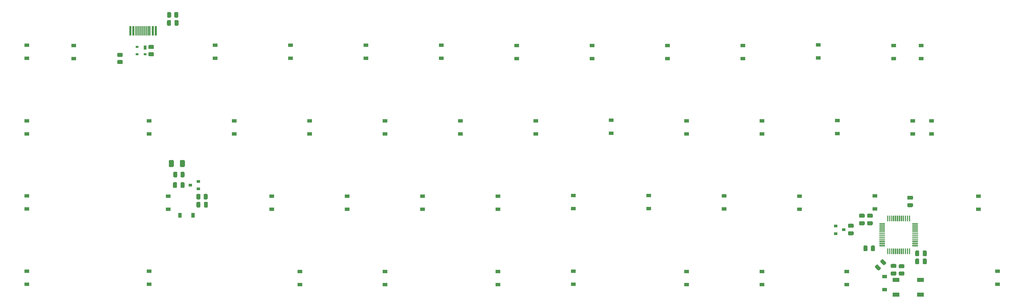
<source format=gbr>
%TF.GenerationSoftware,KiCad,Pcbnew,5.1.9-73d0e3b20d~88~ubuntu20.04.1*%
%TF.CreationDate,2021-02-21T13:43:44-08:00*%
%TF.ProjectId,KB_Lightbar_1,4b425f4c-6967-4687-9462-61725f312e6b,rev?*%
%TF.SameCoordinates,Original*%
%TF.FileFunction,Paste,Bot*%
%TF.FilePolarity,Positive*%
%FSLAX46Y46*%
G04 Gerber Fmt 4.6, Leading zero omitted, Abs format (unit mm)*
G04 Created by KiCad (PCBNEW 5.1.9-73d0e3b20d~88~ubuntu20.04.1) date 2021-02-21 13:43:44*
%MOMM*%
%LPD*%
G01*
G04 APERTURE LIST*
%ADD10R,0.300000X2.450000*%
%ADD11R,0.600000X2.450000*%
%ADD12R,0.700000X0.600000*%
%ADD13R,0.700000X1.000000*%
%ADD14R,1.200000X0.900000*%
%ADD15R,0.900000X0.800000*%
%ADD16R,1.800000X1.100000*%
%ADD17R,0.900000X1.200000*%
G04 APERTURE END LIST*
%TO.C,C1*%
G36*
G01*
X55430000Y241394000D02*
X55430000Y240444000D01*
G75*
G02*
X55180000Y240194000I-250000J0D01*
G01*
X54680000Y240194000D01*
G75*
G02*
X54430000Y240444000I0J250000D01*
G01*
X54430000Y241394000D01*
G75*
G02*
X54680000Y241644000I250000J0D01*
G01*
X55180000Y241644000D01*
G75*
G02*
X55430000Y241394000I0J-250000D01*
G01*
G37*
G36*
G01*
X57330000Y241394000D02*
X57330000Y240444000D01*
G75*
G02*
X57080000Y240194000I-250000J0D01*
G01*
X56580000Y240194000D01*
G75*
G02*
X56330000Y240444000I0J250000D01*
G01*
X56330000Y241394000D01*
G75*
G02*
X56580000Y241644000I250000J0D01*
G01*
X57080000Y241644000D01*
G75*
G02*
X57330000Y241394000I0J-250000D01*
G01*
G37*
%TD*%
%TO.C,C20*%
G36*
G01*
X53906000Y282415000D02*
X53906000Y281465000D01*
G75*
G02*
X53656000Y281215000I-250000J0D01*
G01*
X53156000Y281215000D01*
G75*
G02*
X52906000Y281465000I0J250000D01*
G01*
X52906000Y282415000D01*
G75*
G02*
X53156000Y282665000I250000J0D01*
G01*
X53656000Y282665000D01*
G75*
G02*
X53906000Y282415000I0J-250000D01*
G01*
G37*
G36*
G01*
X55806000Y282415000D02*
X55806000Y281465000D01*
G75*
G02*
X55556000Y281215000I-250000J0D01*
G01*
X55056000Y281215000D01*
G75*
G02*
X54806000Y281465000I0J250000D01*
G01*
X54806000Y282415000D01*
G75*
G02*
X55056000Y282665000I250000J0D01*
G01*
X55556000Y282665000D01*
G75*
G02*
X55806000Y282415000I0J-250000D01*
G01*
G37*
%TD*%
D10*
%TO.C,USB1*%
X46581250Y279936250D03*
X47081250Y279936250D03*
X47581250Y279936250D03*
X46081250Y279936250D03*
X48081250Y279936250D03*
X45581250Y279936250D03*
X48581250Y279936250D03*
X45081250Y279936250D03*
D11*
X44381250Y279936250D03*
X49281250Y279936250D03*
X43606250Y279936250D03*
X50056250Y279936250D03*
%TD*%
%TO.C,R3*%
G36*
G01*
X53932500Y284422002D02*
X53932500Y283521998D01*
G75*
G02*
X53682502Y283272000I-249998J0D01*
G01*
X53157498Y283272000D01*
G75*
G02*
X52907500Y283521998I0J249998D01*
G01*
X52907500Y284422002D01*
G75*
G02*
X53157498Y284672000I249998J0D01*
G01*
X53682502Y284672000D01*
G75*
G02*
X53932500Y284422002I0J-249998D01*
G01*
G37*
G36*
G01*
X55757500Y284422002D02*
X55757500Y283521998D01*
G75*
G02*
X55507502Y283272000I-249998J0D01*
G01*
X54982498Y283272000D01*
G75*
G02*
X54732500Y283521998I0J249998D01*
G01*
X54732500Y284422002D01*
G75*
G02*
X54982498Y284672000I249998J0D01*
G01*
X55507502Y284672000D01*
G75*
G02*
X55757500Y284422002I0J-249998D01*
G01*
G37*
%TD*%
D12*
%TO.C,D57*%
X45371000Y274017000D03*
X47371000Y274017000D03*
X45371000Y275917000D03*
D13*
X47371000Y275717000D03*
%TD*%
D14*
%TO.C,D59*%
X155575000Y215837500D03*
X155575000Y219137500D03*
%TD*%
D15*
%TO.C,U2*%
X60817000Y241869000D03*
X60817000Y239969000D03*
X58817000Y240919000D03*
%TD*%
D16*
%TO.C,SW48*%
X237109000Y216933000D03*
X243309000Y213233000D03*
X237109000Y213233000D03*
X243309000Y216933000D03*
%TD*%
%TO.C,R7*%
G36*
G01*
X49345002Y273506500D02*
X48444998Y273506500D01*
G75*
G02*
X48195000Y273756498I0J249998D01*
G01*
X48195000Y274281502D01*
G75*
G02*
X48444998Y274531500I249998J0D01*
G01*
X49345002Y274531500D01*
G75*
G02*
X49595000Y274281502I0J-249998D01*
G01*
X49595000Y273756498D01*
G75*
G02*
X49345002Y273506500I-249998J0D01*
G01*
G37*
G36*
G01*
X49345002Y275331500D02*
X48444998Y275331500D01*
G75*
G02*
X48195000Y275581498I0J249998D01*
G01*
X48195000Y276106502D01*
G75*
G02*
X48444998Y276356500I249998J0D01*
G01*
X49345002Y276356500D01*
G75*
G02*
X49595000Y276106502I0J-249998D01*
G01*
X49595000Y275581498D01*
G75*
G02*
X49345002Y275331500I-249998J0D01*
G01*
G37*
%TD*%
%TO.C,R6*%
G36*
G01*
X41471002Y271521500D02*
X40570998Y271521500D01*
G75*
G02*
X40321000Y271771498I0J249998D01*
G01*
X40321000Y272296502D01*
G75*
G02*
X40570998Y272546500I249998J0D01*
G01*
X41471002Y272546500D01*
G75*
G02*
X41721000Y272296502I0J-249998D01*
G01*
X41721000Y271771498D01*
G75*
G02*
X41471002Y271521500I-249998J0D01*
G01*
G37*
G36*
G01*
X41471002Y273346500D02*
X40570998Y273346500D01*
G75*
G02*
X40321000Y273596498I0J249998D01*
G01*
X40321000Y274121502D01*
G75*
G02*
X40570998Y274371500I249998J0D01*
G01*
X41471002Y274371500D01*
G75*
G02*
X41721000Y274121502I0J-249998D01*
G01*
X41721000Y273596498D01*
G75*
G02*
X41471002Y273346500I-249998J0D01*
G01*
G37*
%TD*%
%TO.C,R5*%
G36*
G01*
X238055998Y220904500D02*
X238956002Y220904500D01*
G75*
G02*
X239206000Y220654502I0J-249998D01*
G01*
X239206000Y220129498D01*
G75*
G02*
X238956002Y219879500I-249998J0D01*
G01*
X238055998Y219879500D01*
G75*
G02*
X237806000Y220129498I0J249998D01*
G01*
X237806000Y220654502D01*
G75*
G02*
X238055998Y220904500I249998J0D01*
G01*
G37*
G36*
G01*
X238055998Y219079500D02*
X238956002Y219079500D01*
G75*
G02*
X239206000Y218829502I0J-249998D01*
G01*
X239206000Y218304498D01*
G75*
G02*
X238956002Y218054500I-249998J0D01*
G01*
X238055998Y218054500D01*
G75*
G02*
X237806000Y218304498I0J249998D01*
G01*
X237806000Y218829502D01*
G75*
G02*
X238055998Y219079500I249998J0D01*
G01*
G37*
%TD*%
%TO.C,R2*%
G36*
G01*
X60320500Y237547998D02*
X60320500Y238448002D01*
G75*
G02*
X60570498Y238698000I249998J0D01*
G01*
X61095502Y238698000D01*
G75*
G02*
X61345500Y238448002I0J-249998D01*
G01*
X61345500Y237547998D01*
G75*
G02*
X61095502Y237298000I-249998J0D01*
G01*
X60570498Y237298000D01*
G75*
G02*
X60320500Y237547998I0J249998D01*
G01*
G37*
G36*
G01*
X62145500Y237547998D02*
X62145500Y238448002D01*
G75*
G02*
X62395498Y238698000I249998J0D01*
G01*
X62920502Y238698000D01*
G75*
G02*
X63170500Y238448002I0J-249998D01*
G01*
X63170500Y237547998D01*
G75*
G02*
X62920502Y237298000I-249998J0D01*
G01*
X62395498Y237298000D01*
G75*
G02*
X62145500Y237547998I0J249998D01*
G01*
G37*
%TD*%
%TO.C,R1*%
G36*
G01*
X57328500Y244036002D02*
X57328500Y243135998D01*
G75*
G02*
X57078502Y242886000I-249998J0D01*
G01*
X56553498Y242886000D01*
G75*
G02*
X56303500Y243135998I0J249998D01*
G01*
X56303500Y244036002D01*
G75*
G02*
X56553498Y244286000I249998J0D01*
G01*
X57078502Y244286000D01*
G75*
G02*
X57328500Y244036002I0J-249998D01*
G01*
G37*
G36*
G01*
X55503500Y244036002D02*
X55503500Y243135998D01*
G75*
G02*
X55253502Y242886000I-249998J0D01*
G01*
X54728498Y242886000D01*
G75*
G02*
X54478500Y243135998I0J249998D01*
G01*
X54478500Y244036002D01*
G75*
G02*
X54728498Y244286000I249998J0D01*
G01*
X55253502Y244286000D01*
G75*
G02*
X55503500Y244036002I0J-249998D01*
G01*
G37*
%TD*%
D15*
%TO.C,Q1*%
X221869000Y228666000D03*
X221869000Y230566000D03*
X223869000Y229616000D03*
%TD*%
%TO.C,F1*%
G36*
G01*
X57400000Y247005000D02*
X57400000Y245755000D01*
G75*
G02*
X57150000Y245505000I-250000J0D01*
G01*
X56400000Y245505000D01*
G75*
G02*
X56150000Y245755000I0J250000D01*
G01*
X56150000Y247005000D01*
G75*
G02*
X56400000Y247255000I250000J0D01*
G01*
X57150000Y247255000D01*
G75*
G02*
X57400000Y247005000I0J-250000D01*
G01*
G37*
G36*
G01*
X54600000Y247005000D02*
X54600000Y245755000D01*
G75*
G02*
X54350000Y245505000I-250000J0D01*
G01*
X53600000Y245505000D01*
G75*
G02*
X53350000Y245755000I0J250000D01*
G01*
X53350000Y247005000D01*
G75*
G02*
X53600000Y247255000I250000J0D01*
G01*
X54350000Y247255000D01*
G75*
G02*
X54600000Y247005000I0J-250000D01*
G01*
G37*
%TD*%
D14*
%TO.C,D58*%
X234188000Y217805000D03*
X234188000Y214505000D03*
%TD*%
D17*
%TO.C,D52*%
X56136000Y233299000D03*
X59436000Y233299000D03*
%TD*%
D14*
%TO.C,D47*%
X262731250Y215837500D03*
X262731250Y219137500D03*
%TD*%
%TO.C,D46*%
X224631250Y215775000D03*
X224631250Y219075000D03*
%TD*%
%TO.C,D45*%
X203200000Y215775000D03*
X203200000Y219075000D03*
%TD*%
%TO.C,D44*%
X184150000Y215775000D03*
X184150000Y219075000D03*
%TD*%
%TO.C,D43*%
X136525000Y215775000D03*
X136525000Y219075000D03*
%TD*%
%TO.C,D42*%
X107950000Y215775000D03*
X107950000Y219075000D03*
%TD*%
%TO.C,D41*%
X86518750Y215775000D03*
X86518750Y219075000D03*
%TD*%
%TO.C,D40*%
X48418750Y215837500D03*
X48418750Y219137500D03*
%TD*%
%TO.C,D39*%
X17462500Y215837500D03*
X17462500Y219137500D03*
%TD*%
%TO.C,D38*%
X257968750Y234825000D03*
X257968750Y238125000D03*
%TD*%
%TO.C,D37*%
X231775000Y234887500D03*
X231775000Y238187500D03*
%TD*%
%TO.C,D36*%
X212725000Y234825000D03*
X212725000Y238125000D03*
%TD*%
%TO.C,D35*%
X193675000Y234887500D03*
X193675000Y238187500D03*
%TD*%
%TO.C,D34*%
X174625000Y234950000D03*
X174625000Y238250000D03*
%TD*%
%TO.C,D33*%
X155575000Y234950000D03*
X155575000Y238250000D03*
%TD*%
%TO.C,D32*%
X136525000Y234825000D03*
X136525000Y238125000D03*
%TD*%
%TO.C,D31*%
X117475000Y234825000D03*
X117475000Y238125000D03*
%TD*%
%TO.C,D30*%
X98425000Y234825000D03*
X98425000Y238125000D03*
%TD*%
%TO.C,D29*%
X79375000Y234825000D03*
X79375000Y238125000D03*
%TD*%
%TO.C,D28*%
X53181250Y234825000D03*
X53181250Y238125000D03*
%TD*%
%TO.C,D27*%
X17462500Y234887500D03*
X17462500Y238187500D03*
%TD*%
%TO.C,D26*%
X246062500Y253875000D03*
X246062500Y257175000D03*
%TD*%
%TO.C,D25*%
X241300000Y253875000D03*
X241300000Y257175000D03*
%TD*%
%TO.C,D24*%
X222250000Y253937500D03*
X222250000Y257237500D03*
%TD*%
%TO.C,D23*%
X203200000Y253875000D03*
X203200000Y257175000D03*
%TD*%
%TO.C,D22*%
X184150000Y253875000D03*
X184150000Y257175000D03*
%TD*%
%TO.C,D21*%
X165100000Y254000000D03*
X165100000Y257300000D03*
%TD*%
%TO.C,D20*%
X146050000Y253875000D03*
X146050000Y257175000D03*
%TD*%
%TO.C,D19*%
X127000000Y253875000D03*
X127000000Y257175000D03*
%TD*%
%TO.C,D18*%
X107950000Y253875000D03*
X107950000Y257175000D03*
%TD*%
%TO.C,D17*%
X88900000Y253875000D03*
X88900000Y257175000D03*
%TD*%
%TO.C,D16*%
X69850000Y253875000D03*
X69850000Y257175000D03*
%TD*%
%TO.C,D15*%
X48418750Y253875000D03*
X48418750Y257175000D03*
%TD*%
%TO.C,D14*%
X17462500Y253875000D03*
X17462500Y257175000D03*
%TD*%
%TO.C,D13*%
X243459000Y272923000D03*
X243459000Y276223000D03*
%TD*%
%TO.C,D12*%
X236537500Y272925000D03*
X236537500Y276225000D03*
%TD*%
%TO.C,D11*%
X217487500Y273050000D03*
X217487500Y276350000D03*
%TD*%
%TO.C,D10*%
X198437500Y272925000D03*
X198437500Y276225000D03*
%TD*%
%TO.C,D9*%
X179387500Y272925000D03*
X179387500Y276225000D03*
%TD*%
%TO.C,D8*%
X160337500Y272925000D03*
X160337500Y276225000D03*
%TD*%
%TO.C,D7*%
X141287500Y272925000D03*
X141287500Y276225000D03*
%TD*%
%TO.C,D6*%
X122237500Y272987500D03*
X122237500Y276287500D03*
%TD*%
%TO.C,D5*%
X103187500Y272987500D03*
X103187500Y276287500D03*
%TD*%
%TO.C,D4*%
X84137500Y272987500D03*
X84137500Y276287500D03*
%TD*%
%TO.C,D3*%
X65087500Y272987500D03*
X65087500Y276287500D03*
%TD*%
%TO.C,D2*%
X29368750Y272925000D03*
X29368750Y276225000D03*
%TD*%
%TO.C,D1*%
X17462500Y272987500D03*
X17462500Y276287500D03*
%TD*%
%TO.C,C11*%
G36*
G01*
X230980000Y230772001D02*
X230030000Y230772001D01*
G75*
G02*
X229780000Y231022001I0J250000D01*
G01*
X229780000Y231522001D01*
G75*
G02*
X230030000Y231772001I250000J0D01*
G01*
X230980000Y231772001D01*
G75*
G02*
X231230000Y231522001I0J-250000D01*
G01*
X231230000Y231022001D01*
G75*
G02*
X230980000Y230772001I-250000J0D01*
G01*
G37*
G36*
G01*
X230980000Y232672001D02*
X230030000Y232672001D01*
G75*
G02*
X229780000Y232922001I0J250000D01*
G01*
X229780000Y233422001D01*
G75*
G02*
X230030000Y233672001I250000J0D01*
G01*
X230980000Y233672001D01*
G75*
G02*
X231230000Y233422001I0J-250000D01*
G01*
X231230000Y232922001D01*
G75*
G02*
X230980000Y232672001I-250000J0D01*
G01*
G37*
%TD*%
%TO.C,C10*%
G36*
G01*
X231767001Y225392000D02*
X231767001Y224442000D01*
G75*
G02*
X231517001Y224192000I-250000J0D01*
G01*
X231017001Y224192000D01*
G75*
G02*
X230767001Y224442000I0J250000D01*
G01*
X230767001Y225392000D01*
G75*
G02*
X231017001Y225642000I250000J0D01*
G01*
X231517001Y225642000D01*
G75*
G02*
X231767001Y225392000I0J-250000D01*
G01*
G37*
G36*
G01*
X229867001Y225392000D02*
X229867001Y224442000D01*
G75*
G02*
X229617001Y224192000I-250000J0D01*
G01*
X229117001Y224192000D01*
G75*
G02*
X228867001Y224442000I0J250000D01*
G01*
X228867001Y225392000D01*
G75*
G02*
X229117001Y225642000I250000J0D01*
G01*
X229617001Y225642000D01*
G75*
G02*
X229867001Y225392000I0J-250000D01*
G01*
G37*
%TD*%
%TO.C,C9*%
G36*
G01*
X241948001Y221140000D02*
X241948001Y222090000D01*
G75*
G02*
X242198001Y222340000I250000J0D01*
G01*
X242698001Y222340000D01*
G75*
G02*
X242948001Y222090000I0J-250000D01*
G01*
X242948001Y221140000D01*
G75*
G02*
X242698001Y220890000I-250000J0D01*
G01*
X242198001Y220890000D01*
G75*
G02*
X241948001Y221140000I0J250000D01*
G01*
G37*
G36*
G01*
X243848001Y221140000D02*
X243848001Y222090000D01*
G75*
G02*
X244098001Y222340000I250000J0D01*
G01*
X244598001Y222340000D01*
G75*
G02*
X244848001Y222090000I0J-250000D01*
G01*
X244848001Y221140000D01*
G75*
G02*
X244598001Y220890000I-250000J0D01*
G01*
X244098001Y220890000D01*
G75*
G02*
X243848001Y221140000I0J250000D01*
G01*
G37*
%TD*%
%TO.C,C8*%
G36*
G01*
X226154000Y228232001D02*
X225204000Y228232001D01*
G75*
G02*
X224954000Y228482001I0J250000D01*
G01*
X224954000Y228982001D01*
G75*
G02*
X225204000Y229232001I250000J0D01*
G01*
X226154000Y229232001D01*
G75*
G02*
X226404000Y228982001I0J-250000D01*
G01*
X226404000Y228482001D01*
G75*
G02*
X226154000Y228232001I-250000J0D01*
G01*
G37*
G36*
G01*
X226154000Y230132001D02*
X225204000Y230132001D01*
G75*
G02*
X224954000Y230382001I0J250000D01*
G01*
X224954000Y230882001D01*
G75*
G02*
X225204000Y231132001I250000J0D01*
G01*
X226154000Y231132001D01*
G75*
G02*
X226404000Y230882001I0J-250000D01*
G01*
X226404000Y230382001D01*
G75*
G02*
X226154000Y230132001I-250000J0D01*
G01*
G37*
%TD*%
%TO.C,C7*%
G36*
G01*
X228948000Y230772000D02*
X227998000Y230772000D01*
G75*
G02*
X227748000Y231022000I0J250000D01*
G01*
X227748000Y231522000D01*
G75*
G02*
X227998000Y231772000I250000J0D01*
G01*
X228948000Y231772000D01*
G75*
G02*
X229198000Y231522000I0J-250000D01*
G01*
X229198000Y231022000D01*
G75*
G02*
X228948000Y230772000I-250000J0D01*
G01*
G37*
G36*
G01*
X228948000Y232672000D02*
X227998000Y232672000D01*
G75*
G02*
X227748000Y232922000I0J250000D01*
G01*
X227748000Y233422000D01*
G75*
G02*
X227998000Y233672000I250000J0D01*
G01*
X228948000Y233672000D01*
G75*
G02*
X229198000Y233422000I0J-250000D01*
G01*
X229198000Y232922000D01*
G75*
G02*
X228948000Y232672000I-250000J0D01*
G01*
G37*
%TD*%
%TO.C,C6*%
G36*
G01*
X241948001Y223172000D02*
X241948001Y224122000D01*
G75*
G02*
X242198001Y224372000I250000J0D01*
G01*
X242698001Y224372000D01*
G75*
G02*
X242948001Y224122000I0J-250000D01*
G01*
X242948001Y223172000D01*
G75*
G02*
X242698001Y222922000I-250000J0D01*
G01*
X242198001Y222922000D01*
G75*
G02*
X241948001Y223172000I0J250000D01*
G01*
G37*
G36*
G01*
X243848001Y223172000D02*
X243848001Y224122000D01*
G75*
G02*
X244098001Y224372000I250000J0D01*
G01*
X244598001Y224372000D01*
G75*
G02*
X244848001Y224122000I0J-250000D01*
G01*
X244848001Y223172000D01*
G75*
G02*
X244598001Y222922000I-250000J0D01*
G01*
X244098001Y222922000D01*
G75*
G02*
X243848001Y223172000I0J250000D01*
G01*
G37*
%TD*%
%TO.C,C5*%
G36*
G01*
X233898180Y222123931D02*
X234569931Y221452180D01*
G75*
G02*
X234569931Y221098626I-176777J-176777D01*
G01*
X234216378Y220745073D01*
G75*
G02*
X233862824Y220745073I-176777J176777D01*
G01*
X233191073Y221416824D01*
G75*
G02*
X233191073Y221770378I176777J176777D01*
G01*
X233544626Y222123931D01*
G75*
G02*
X233898180Y222123931I176777J-176777D01*
G01*
G37*
G36*
G01*
X232554678Y220780429D02*
X233226429Y220108678D01*
G75*
G02*
X233226429Y219755124I-176777J-176777D01*
G01*
X232872876Y219401571D01*
G75*
G02*
X232519322Y219401571I-176777J176777D01*
G01*
X231847571Y220073322D01*
G75*
G02*
X231847571Y220426876I176777J176777D01*
G01*
X232201124Y220780429D01*
G75*
G02*
X232554678Y220780429I176777J-176777D01*
G01*
G37*
%TD*%
%TO.C,C4*%
G36*
G01*
X241140000Y235339000D02*
X240190000Y235339000D01*
G75*
G02*
X239940000Y235589000I0J250000D01*
G01*
X239940000Y236089000D01*
G75*
G02*
X240190000Y236339000I250000J0D01*
G01*
X241140000Y236339000D01*
G75*
G02*
X241390000Y236089000I0J-250000D01*
G01*
X241390000Y235589000D01*
G75*
G02*
X241140000Y235339000I-250000J0D01*
G01*
G37*
G36*
G01*
X241140000Y237239000D02*
X240190000Y237239000D01*
G75*
G02*
X239940000Y237489000I0J250000D01*
G01*
X239940000Y237989000D01*
G75*
G02*
X240190000Y238239000I250000J0D01*
G01*
X241140000Y238239000D01*
G75*
G02*
X241390000Y237989000I0J-250000D01*
G01*
X241390000Y237489000D01*
G75*
G02*
X241140000Y237239000I-250000J0D01*
G01*
G37*
%TD*%
%TO.C,C3*%
G36*
G01*
X236949000Y218072001D02*
X235999000Y218072001D01*
G75*
G02*
X235749000Y218322001I0J250000D01*
G01*
X235749000Y218822001D01*
G75*
G02*
X235999000Y219072001I250000J0D01*
G01*
X236949000Y219072001D01*
G75*
G02*
X237199000Y218822001I0J-250000D01*
G01*
X237199000Y218322001D01*
G75*
G02*
X236949000Y218072001I-250000J0D01*
G01*
G37*
G36*
G01*
X236949000Y219972001D02*
X235999000Y219972001D01*
G75*
G02*
X235749000Y220222001I0J250000D01*
G01*
X235749000Y220722001D01*
G75*
G02*
X235999000Y220972001I250000J0D01*
G01*
X236949000Y220972001D01*
G75*
G02*
X237199000Y220722001I0J-250000D01*
G01*
X237199000Y220222001D01*
G75*
G02*
X236949000Y219972001I-250000J0D01*
G01*
G37*
%TD*%
%TO.C,C2*%
G36*
G01*
X60332999Y235491000D02*
X60332999Y236441000D01*
G75*
G02*
X60582999Y236691000I250000J0D01*
G01*
X61082999Y236691000D01*
G75*
G02*
X61332999Y236441000I0J-250000D01*
G01*
X61332999Y235491000D01*
G75*
G02*
X61082999Y235241000I-250000J0D01*
G01*
X60582999Y235241000D01*
G75*
G02*
X60332999Y235491000I0J250000D01*
G01*
G37*
G36*
G01*
X62232999Y235491000D02*
X62232999Y236441000D01*
G75*
G02*
X62482999Y236691000I250000J0D01*
G01*
X62982999Y236691000D01*
G75*
G02*
X63232999Y236441000I0J-250000D01*
G01*
X63232999Y235491000D01*
G75*
G02*
X62982999Y235241000I-250000J0D01*
G01*
X62482999Y235241000D01*
G75*
G02*
X62232999Y235491000I0J250000D01*
G01*
G37*
%TD*%
%TO.C,U1*%
G36*
G01*
X232871449Y225503785D02*
X232871449Y225653785D01*
G75*
G02*
X232946449Y225728785I75000J0D01*
G01*
X234271449Y225728785D01*
G75*
G02*
X234346449Y225653785I0J-75000D01*
G01*
X234346449Y225503785D01*
G75*
G02*
X234271449Y225428785I-75000J0D01*
G01*
X232946449Y225428785D01*
G75*
G02*
X232871449Y225503785I0J75000D01*
G01*
G37*
G36*
G01*
X232871449Y226003785D02*
X232871449Y226153785D01*
G75*
G02*
X232946449Y226228785I75000J0D01*
G01*
X234271449Y226228785D01*
G75*
G02*
X234346449Y226153785I0J-75000D01*
G01*
X234346449Y226003785D01*
G75*
G02*
X234271449Y225928785I-75000J0D01*
G01*
X232946449Y225928785D01*
G75*
G02*
X232871449Y226003785I0J75000D01*
G01*
G37*
G36*
G01*
X232871449Y226503785D02*
X232871449Y226653785D01*
G75*
G02*
X232946449Y226728785I75000J0D01*
G01*
X234271449Y226728785D01*
G75*
G02*
X234346449Y226653785I0J-75000D01*
G01*
X234346449Y226503785D01*
G75*
G02*
X234271449Y226428785I-75000J0D01*
G01*
X232946449Y226428785D01*
G75*
G02*
X232871449Y226503785I0J75000D01*
G01*
G37*
G36*
G01*
X232871449Y227003785D02*
X232871449Y227153785D01*
G75*
G02*
X232946449Y227228785I75000J0D01*
G01*
X234271449Y227228785D01*
G75*
G02*
X234346449Y227153785I0J-75000D01*
G01*
X234346449Y227003785D01*
G75*
G02*
X234271449Y226928785I-75000J0D01*
G01*
X232946449Y226928785D01*
G75*
G02*
X232871449Y227003785I0J75000D01*
G01*
G37*
G36*
G01*
X232871449Y227503785D02*
X232871449Y227653785D01*
G75*
G02*
X232946449Y227728785I75000J0D01*
G01*
X234271449Y227728785D01*
G75*
G02*
X234346449Y227653785I0J-75000D01*
G01*
X234346449Y227503785D01*
G75*
G02*
X234271449Y227428785I-75000J0D01*
G01*
X232946449Y227428785D01*
G75*
G02*
X232871449Y227503785I0J75000D01*
G01*
G37*
G36*
G01*
X232871449Y228003785D02*
X232871449Y228153785D01*
G75*
G02*
X232946449Y228228785I75000J0D01*
G01*
X234271449Y228228785D01*
G75*
G02*
X234346449Y228153785I0J-75000D01*
G01*
X234346449Y228003785D01*
G75*
G02*
X234271449Y227928785I-75000J0D01*
G01*
X232946449Y227928785D01*
G75*
G02*
X232871449Y228003785I0J75000D01*
G01*
G37*
G36*
G01*
X232871449Y228503785D02*
X232871449Y228653785D01*
G75*
G02*
X232946449Y228728785I75000J0D01*
G01*
X234271449Y228728785D01*
G75*
G02*
X234346449Y228653785I0J-75000D01*
G01*
X234346449Y228503785D01*
G75*
G02*
X234271449Y228428785I-75000J0D01*
G01*
X232946449Y228428785D01*
G75*
G02*
X232871449Y228503785I0J75000D01*
G01*
G37*
G36*
G01*
X232871449Y229003785D02*
X232871449Y229153785D01*
G75*
G02*
X232946449Y229228785I75000J0D01*
G01*
X234271449Y229228785D01*
G75*
G02*
X234346449Y229153785I0J-75000D01*
G01*
X234346449Y229003785D01*
G75*
G02*
X234271449Y228928785I-75000J0D01*
G01*
X232946449Y228928785D01*
G75*
G02*
X232871449Y229003785I0J75000D01*
G01*
G37*
G36*
G01*
X232871449Y229503785D02*
X232871449Y229653785D01*
G75*
G02*
X232946449Y229728785I75000J0D01*
G01*
X234271449Y229728785D01*
G75*
G02*
X234346449Y229653785I0J-75000D01*
G01*
X234346449Y229503785D01*
G75*
G02*
X234271449Y229428785I-75000J0D01*
G01*
X232946449Y229428785D01*
G75*
G02*
X232871449Y229503785I0J75000D01*
G01*
G37*
G36*
G01*
X232871449Y230003785D02*
X232871449Y230153785D01*
G75*
G02*
X232946449Y230228785I75000J0D01*
G01*
X234271449Y230228785D01*
G75*
G02*
X234346449Y230153785I0J-75000D01*
G01*
X234346449Y230003785D01*
G75*
G02*
X234271449Y229928785I-75000J0D01*
G01*
X232946449Y229928785D01*
G75*
G02*
X232871449Y230003785I0J75000D01*
G01*
G37*
G36*
G01*
X232871449Y230503785D02*
X232871449Y230653785D01*
G75*
G02*
X232946449Y230728785I75000J0D01*
G01*
X234271449Y230728785D01*
G75*
G02*
X234346449Y230653785I0J-75000D01*
G01*
X234346449Y230503785D01*
G75*
G02*
X234271449Y230428785I-75000J0D01*
G01*
X232946449Y230428785D01*
G75*
G02*
X232871449Y230503785I0J75000D01*
G01*
G37*
G36*
G01*
X232871449Y231003785D02*
X232871449Y231153785D01*
G75*
G02*
X232946449Y231228785I75000J0D01*
G01*
X234271449Y231228785D01*
G75*
G02*
X234346449Y231153785I0J-75000D01*
G01*
X234346449Y231003785D01*
G75*
G02*
X234271449Y230928785I-75000J0D01*
G01*
X232946449Y230928785D01*
G75*
G02*
X232871449Y231003785I0J75000D01*
G01*
G37*
G36*
G01*
X234871449Y231828785D02*
X234871449Y233153785D01*
G75*
G02*
X234946449Y233228785I75000J0D01*
G01*
X235096449Y233228785D01*
G75*
G02*
X235171449Y233153785I0J-75000D01*
G01*
X235171449Y231828785D01*
G75*
G02*
X235096449Y231753785I-75000J0D01*
G01*
X234946449Y231753785D01*
G75*
G02*
X234871449Y231828785I0J75000D01*
G01*
G37*
G36*
G01*
X235371449Y231828785D02*
X235371449Y233153785D01*
G75*
G02*
X235446449Y233228785I75000J0D01*
G01*
X235596449Y233228785D01*
G75*
G02*
X235671449Y233153785I0J-75000D01*
G01*
X235671449Y231828785D01*
G75*
G02*
X235596449Y231753785I-75000J0D01*
G01*
X235446449Y231753785D01*
G75*
G02*
X235371449Y231828785I0J75000D01*
G01*
G37*
G36*
G01*
X235871449Y231828785D02*
X235871449Y233153785D01*
G75*
G02*
X235946449Y233228785I75000J0D01*
G01*
X236096449Y233228785D01*
G75*
G02*
X236171449Y233153785I0J-75000D01*
G01*
X236171449Y231828785D01*
G75*
G02*
X236096449Y231753785I-75000J0D01*
G01*
X235946449Y231753785D01*
G75*
G02*
X235871449Y231828785I0J75000D01*
G01*
G37*
G36*
G01*
X236371449Y231828785D02*
X236371449Y233153785D01*
G75*
G02*
X236446449Y233228785I75000J0D01*
G01*
X236596449Y233228785D01*
G75*
G02*
X236671449Y233153785I0J-75000D01*
G01*
X236671449Y231828785D01*
G75*
G02*
X236596449Y231753785I-75000J0D01*
G01*
X236446449Y231753785D01*
G75*
G02*
X236371449Y231828785I0J75000D01*
G01*
G37*
G36*
G01*
X236871449Y231828785D02*
X236871449Y233153785D01*
G75*
G02*
X236946449Y233228785I75000J0D01*
G01*
X237096449Y233228785D01*
G75*
G02*
X237171449Y233153785I0J-75000D01*
G01*
X237171449Y231828785D01*
G75*
G02*
X237096449Y231753785I-75000J0D01*
G01*
X236946449Y231753785D01*
G75*
G02*
X236871449Y231828785I0J75000D01*
G01*
G37*
G36*
G01*
X237371449Y231828785D02*
X237371449Y233153785D01*
G75*
G02*
X237446449Y233228785I75000J0D01*
G01*
X237596449Y233228785D01*
G75*
G02*
X237671449Y233153785I0J-75000D01*
G01*
X237671449Y231828785D01*
G75*
G02*
X237596449Y231753785I-75000J0D01*
G01*
X237446449Y231753785D01*
G75*
G02*
X237371449Y231828785I0J75000D01*
G01*
G37*
G36*
G01*
X237871449Y231828785D02*
X237871449Y233153785D01*
G75*
G02*
X237946449Y233228785I75000J0D01*
G01*
X238096449Y233228785D01*
G75*
G02*
X238171449Y233153785I0J-75000D01*
G01*
X238171449Y231828785D01*
G75*
G02*
X238096449Y231753785I-75000J0D01*
G01*
X237946449Y231753785D01*
G75*
G02*
X237871449Y231828785I0J75000D01*
G01*
G37*
G36*
G01*
X238371449Y231828785D02*
X238371449Y233153785D01*
G75*
G02*
X238446449Y233228785I75000J0D01*
G01*
X238596449Y233228785D01*
G75*
G02*
X238671449Y233153785I0J-75000D01*
G01*
X238671449Y231828785D01*
G75*
G02*
X238596449Y231753785I-75000J0D01*
G01*
X238446449Y231753785D01*
G75*
G02*
X238371449Y231828785I0J75000D01*
G01*
G37*
G36*
G01*
X238871449Y231828785D02*
X238871449Y233153785D01*
G75*
G02*
X238946449Y233228785I75000J0D01*
G01*
X239096449Y233228785D01*
G75*
G02*
X239171449Y233153785I0J-75000D01*
G01*
X239171449Y231828785D01*
G75*
G02*
X239096449Y231753785I-75000J0D01*
G01*
X238946449Y231753785D01*
G75*
G02*
X238871449Y231828785I0J75000D01*
G01*
G37*
G36*
G01*
X239371449Y231828785D02*
X239371449Y233153785D01*
G75*
G02*
X239446449Y233228785I75000J0D01*
G01*
X239596449Y233228785D01*
G75*
G02*
X239671449Y233153785I0J-75000D01*
G01*
X239671449Y231828785D01*
G75*
G02*
X239596449Y231753785I-75000J0D01*
G01*
X239446449Y231753785D01*
G75*
G02*
X239371449Y231828785I0J75000D01*
G01*
G37*
G36*
G01*
X239871449Y231828785D02*
X239871449Y233153785D01*
G75*
G02*
X239946449Y233228785I75000J0D01*
G01*
X240096449Y233228785D01*
G75*
G02*
X240171449Y233153785I0J-75000D01*
G01*
X240171449Y231828785D01*
G75*
G02*
X240096449Y231753785I-75000J0D01*
G01*
X239946449Y231753785D01*
G75*
G02*
X239871449Y231828785I0J75000D01*
G01*
G37*
G36*
G01*
X240371449Y231828785D02*
X240371449Y233153785D01*
G75*
G02*
X240446449Y233228785I75000J0D01*
G01*
X240596449Y233228785D01*
G75*
G02*
X240671449Y233153785I0J-75000D01*
G01*
X240671449Y231828785D01*
G75*
G02*
X240596449Y231753785I-75000J0D01*
G01*
X240446449Y231753785D01*
G75*
G02*
X240371449Y231828785I0J75000D01*
G01*
G37*
G36*
G01*
X241196449Y231003785D02*
X241196449Y231153785D01*
G75*
G02*
X241271449Y231228785I75000J0D01*
G01*
X242596449Y231228785D01*
G75*
G02*
X242671449Y231153785I0J-75000D01*
G01*
X242671449Y231003785D01*
G75*
G02*
X242596449Y230928785I-75000J0D01*
G01*
X241271449Y230928785D01*
G75*
G02*
X241196449Y231003785I0J75000D01*
G01*
G37*
G36*
G01*
X241196449Y230503785D02*
X241196449Y230653785D01*
G75*
G02*
X241271449Y230728785I75000J0D01*
G01*
X242596449Y230728785D01*
G75*
G02*
X242671449Y230653785I0J-75000D01*
G01*
X242671449Y230503785D01*
G75*
G02*
X242596449Y230428785I-75000J0D01*
G01*
X241271449Y230428785D01*
G75*
G02*
X241196449Y230503785I0J75000D01*
G01*
G37*
G36*
G01*
X241196449Y230003785D02*
X241196449Y230153785D01*
G75*
G02*
X241271449Y230228785I75000J0D01*
G01*
X242596449Y230228785D01*
G75*
G02*
X242671449Y230153785I0J-75000D01*
G01*
X242671449Y230003785D01*
G75*
G02*
X242596449Y229928785I-75000J0D01*
G01*
X241271449Y229928785D01*
G75*
G02*
X241196449Y230003785I0J75000D01*
G01*
G37*
G36*
G01*
X241196449Y229503785D02*
X241196449Y229653785D01*
G75*
G02*
X241271449Y229728785I75000J0D01*
G01*
X242596449Y229728785D01*
G75*
G02*
X242671449Y229653785I0J-75000D01*
G01*
X242671449Y229503785D01*
G75*
G02*
X242596449Y229428785I-75000J0D01*
G01*
X241271449Y229428785D01*
G75*
G02*
X241196449Y229503785I0J75000D01*
G01*
G37*
G36*
G01*
X241196449Y229003785D02*
X241196449Y229153785D01*
G75*
G02*
X241271449Y229228785I75000J0D01*
G01*
X242596449Y229228785D01*
G75*
G02*
X242671449Y229153785I0J-75000D01*
G01*
X242671449Y229003785D01*
G75*
G02*
X242596449Y228928785I-75000J0D01*
G01*
X241271449Y228928785D01*
G75*
G02*
X241196449Y229003785I0J75000D01*
G01*
G37*
G36*
G01*
X241196449Y228503785D02*
X241196449Y228653785D01*
G75*
G02*
X241271449Y228728785I75000J0D01*
G01*
X242596449Y228728785D01*
G75*
G02*
X242671449Y228653785I0J-75000D01*
G01*
X242671449Y228503785D01*
G75*
G02*
X242596449Y228428785I-75000J0D01*
G01*
X241271449Y228428785D01*
G75*
G02*
X241196449Y228503785I0J75000D01*
G01*
G37*
G36*
G01*
X241196449Y228003785D02*
X241196449Y228153785D01*
G75*
G02*
X241271449Y228228785I75000J0D01*
G01*
X242596449Y228228785D01*
G75*
G02*
X242671449Y228153785I0J-75000D01*
G01*
X242671449Y228003785D01*
G75*
G02*
X242596449Y227928785I-75000J0D01*
G01*
X241271449Y227928785D01*
G75*
G02*
X241196449Y228003785I0J75000D01*
G01*
G37*
G36*
G01*
X241196449Y227503785D02*
X241196449Y227653785D01*
G75*
G02*
X241271449Y227728785I75000J0D01*
G01*
X242596449Y227728785D01*
G75*
G02*
X242671449Y227653785I0J-75000D01*
G01*
X242671449Y227503785D01*
G75*
G02*
X242596449Y227428785I-75000J0D01*
G01*
X241271449Y227428785D01*
G75*
G02*
X241196449Y227503785I0J75000D01*
G01*
G37*
G36*
G01*
X241196449Y227003785D02*
X241196449Y227153785D01*
G75*
G02*
X241271449Y227228785I75000J0D01*
G01*
X242596449Y227228785D01*
G75*
G02*
X242671449Y227153785I0J-75000D01*
G01*
X242671449Y227003785D01*
G75*
G02*
X242596449Y226928785I-75000J0D01*
G01*
X241271449Y226928785D01*
G75*
G02*
X241196449Y227003785I0J75000D01*
G01*
G37*
G36*
G01*
X241196449Y226503785D02*
X241196449Y226653785D01*
G75*
G02*
X241271449Y226728785I75000J0D01*
G01*
X242596449Y226728785D01*
G75*
G02*
X242671449Y226653785I0J-75000D01*
G01*
X242671449Y226503785D01*
G75*
G02*
X242596449Y226428785I-75000J0D01*
G01*
X241271449Y226428785D01*
G75*
G02*
X241196449Y226503785I0J75000D01*
G01*
G37*
G36*
G01*
X241196449Y226003785D02*
X241196449Y226153785D01*
G75*
G02*
X241271449Y226228785I75000J0D01*
G01*
X242596449Y226228785D01*
G75*
G02*
X242671449Y226153785I0J-75000D01*
G01*
X242671449Y226003785D01*
G75*
G02*
X242596449Y225928785I-75000J0D01*
G01*
X241271449Y225928785D01*
G75*
G02*
X241196449Y226003785I0J75000D01*
G01*
G37*
G36*
G01*
X241196449Y225503785D02*
X241196449Y225653785D01*
G75*
G02*
X241271449Y225728785I75000J0D01*
G01*
X242596449Y225728785D01*
G75*
G02*
X242671449Y225653785I0J-75000D01*
G01*
X242671449Y225503785D01*
G75*
G02*
X242596449Y225428785I-75000J0D01*
G01*
X241271449Y225428785D01*
G75*
G02*
X241196449Y225503785I0J75000D01*
G01*
G37*
G36*
G01*
X240371449Y223503785D02*
X240371449Y224828785D01*
G75*
G02*
X240446449Y224903785I75000J0D01*
G01*
X240596449Y224903785D01*
G75*
G02*
X240671449Y224828785I0J-75000D01*
G01*
X240671449Y223503785D01*
G75*
G02*
X240596449Y223428785I-75000J0D01*
G01*
X240446449Y223428785D01*
G75*
G02*
X240371449Y223503785I0J75000D01*
G01*
G37*
G36*
G01*
X239871449Y223503785D02*
X239871449Y224828785D01*
G75*
G02*
X239946449Y224903785I75000J0D01*
G01*
X240096449Y224903785D01*
G75*
G02*
X240171449Y224828785I0J-75000D01*
G01*
X240171449Y223503785D01*
G75*
G02*
X240096449Y223428785I-75000J0D01*
G01*
X239946449Y223428785D01*
G75*
G02*
X239871449Y223503785I0J75000D01*
G01*
G37*
G36*
G01*
X239371449Y223503785D02*
X239371449Y224828785D01*
G75*
G02*
X239446449Y224903785I75000J0D01*
G01*
X239596449Y224903785D01*
G75*
G02*
X239671449Y224828785I0J-75000D01*
G01*
X239671449Y223503785D01*
G75*
G02*
X239596449Y223428785I-75000J0D01*
G01*
X239446449Y223428785D01*
G75*
G02*
X239371449Y223503785I0J75000D01*
G01*
G37*
G36*
G01*
X238871449Y223503785D02*
X238871449Y224828785D01*
G75*
G02*
X238946449Y224903785I75000J0D01*
G01*
X239096449Y224903785D01*
G75*
G02*
X239171449Y224828785I0J-75000D01*
G01*
X239171449Y223503785D01*
G75*
G02*
X239096449Y223428785I-75000J0D01*
G01*
X238946449Y223428785D01*
G75*
G02*
X238871449Y223503785I0J75000D01*
G01*
G37*
G36*
G01*
X238371449Y223503785D02*
X238371449Y224828785D01*
G75*
G02*
X238446449Y224903785I75000J0D01*
G01*
X238596449Y224903785D01*
G75*
G02*
X238671449Y224828785I0J-75000D01*
G01*
X238671449Y223503785D01*
G75*
G02*
X238596449Y223428785I-75000J0D01*
G01*
X238446449Y223428785D01*
G75*
G02*
X238371449Y223503785I0J75000D01*
G01*
G37*
G36*
G01*
X237871449Y223503785D02*
X237871449Y224828785D01*
G75*
G02*
X237946449Y224903785I75000J0D01*
G01*
X238096449Y224903785D01*
G75*
G02*
X238171449Y224828785I0J-75000D01*
G01*
X238171449Y223503785D01*
G75*
G02*
X238096449Y223428785I-75000J0D01*
G01*
X237946449Y223428785D01*
G75*
G02*
X237871449Y223503785I0J75000D01*
G01*
G37*
G36*
G01*
X237371449Y223503785D02*
X237371449Y224828785D01*
G75*
G02*
X237446449Y224903785I75000J0D01*
G01*
X237596449Y224903785D01*
G75*
G02*
X237671449Y224828785I0J-75000D01*
G01*
X237671449Y223503785D01*
G75*
G02*
X237596449Y223428785I-75000J0D01*
G01*
X237446449Y223428785D01*
G75*
G02*
X237371449Y223503785I0J75000D01*
G01*
G37*
G36*
G01*
X236871449Y223503785D02*
X236871449Y224828785D01*
G75*
G02*
X236946449Y224903785I75000J0D01*
G01*
X237096449Y224903785D01*
G75*
G02*
X237171449Y224828785I0J-75000D01*
G01*
X237171449Y223503785D01*
G75*
G02*
X237096449Y223428785I-75000J0D01*
G01*
X236946449Y223428785D01*
G75*
G02*
X236871449Y223503785I0J75000D01*
G01*
G37*
G36*
G01*
X236371449Y223503785D02*
X236371449Y224828785D01*
G75*
G02*
X236446449Y224903785I75000J0D01*
G01*
X236596449Y224903785D01*
G75*
G02*
X236671449Y224828785I0J-75000D01*
G01*
X236671449Y223503785D01*
G75*
G02*
X236596449Y223428785I-75000J0D01*
G01*
X236446449Y223428785D01*
G75*
G02*
X236371449Y223503785I0J75000D01*
G01*
G37*
G36*
G01*
X235871449Y223503785D02*
X235871449Y224828785D01*
G75*
G02*
X235946449Y224903785I75000J0D01*
G01*
X236096449Y224903785D01*
G75*
G02*
X236171449Y224828785I0J-75000D01*
G01*
X236171449Y223503785D01*
G75*
G02*
X236096449Y223428785I-75000J0D01*
G01*
X235946449Y223428785D01*
G75*
G02*
X235871449Y223503785I0J75000D01*
G01*
G37*
G36*
G01*
X235371449Y223503785D02*
X235371449Y224828785D01*
G75*
G02*
X235446449Y224903785I75000J0D01*
G01*
X235596449Y224903785D01*
G75*
G02*
X235671449Y224828785I0J-75000D01*
G01*
X235671449Y223503785D01*
G75*
G02*
X235596449Y223428785I-75000J0D01*
G01*
X235446449Y223428785D01*
G75*
G02*
X235371449Y223503785I0J75000D01*
G01*
G37*
G36*
G01*
X234871449Y223503785D02*
X234871449Y224828785D01*
G75*
G02*
X234946449Y224903785I75000J0D01*
G01*
X235096449Y224903785D01*
G75*
G02*
X235171449Y224828785I0J-75000D01*
G01*
X235171449Y223503785D01*
G75*
G02*
X235096449Y223428785I-75000J0D01*
G01*
X234946449Y223428785D01*
G75*
G02*
X234871449Y223503785I0J75000D01*
G01*
G37*
%TD*%
M02*

</source>
